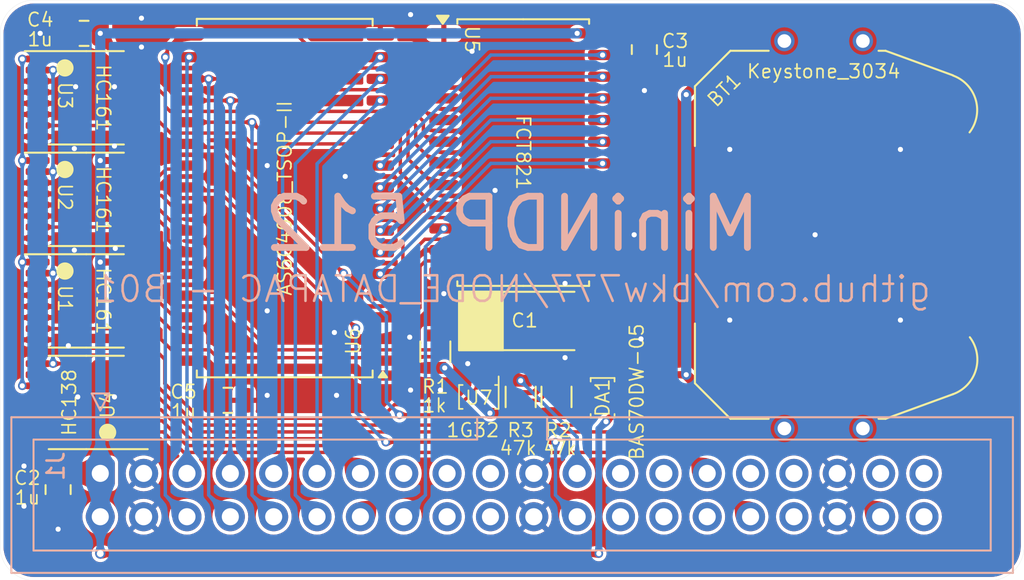
<source format=kicad_pcb>
(kicad_pcb (version 20240108) (generator "pcbnew") (generator_version "8.0")
  (title_block (title "MiniNDP 512") (date "2024-05-19") (rev "B01") (company "Brian K. White - b.kenyon.w@gmail.com") (comment 1 "github.com/bkw777/NODE_DATAPAC"))
  (layers (0 "F.Cu" signal) (31 "B.Cu" signal) (34 "B.Paste" user) (35 "F.Paste" user) (36 "B.SilkS" user "B.Silkscreen") (37 "F.SilkS" user "F.Silkscreen") (38 "B.Mask" user) (39 "F.Mask" user) (44 "Edge.Cuts" user))
  (net 0 "")
  (net 1 "GND")
  (net 2 "VMEM")
  (net 3 "VBUS")
  (net 4 "/AD0")
  (net 5 "/AD1")
  (net 6 "/AD2")
  (net 7 "/AD3")
  (net 8 "/AD4")
  (net 9 "/AD5")
  (net 10 "/AD6")
  (net 11 "/AD7")
  (net 12 "/A8")
  (net 13 "/A9")
  (net 14 "/~{RD}")
  (net 15 "/RAMRST")
  (net 16 "/~{Y0}")
  (net 17 "/(A)")
  (net 23 "/~{BLOCK}")
  (net 24 "/~{BYTE}")
  (net 25 "/TC0")
  (net 27 "/BUS_A10")
  (net 30 "/SLEEP")
  (net 31 "/A5")
  (net 32 "/A6")
  (net 33 "/TC1")
  (net 34 "/~{CE}")
  (net 35 "/A7")
  (net 36 "/BATT+")
  (net 37 "/BUS_A8")
  (net 38 "/BUS_A9")
  (net 39 "/A0")
  (net 40 "/A1")
  (net 41 "/A2")
  (net 42 "/A3")
  (net 43 "/A4")
  (net 57 "/~{WR}")
  (net 59 "Net-(C1-Pad1)")
  (net 61 "/A15")
  (net 62 "/A12")
  (net 63 "/A13")
  (net 64 "/A18")
  (net 65 "/A14")
  (net 66 "/A16")
  (net 67 "/A17")
  (net 68 "/A10")
  (net 69 "/A11")
  (footprint "000_LOCAL:CP_6032" (layer "F.Cu") (at 152.6 104.825)
    (property "Reference" "C1")
    (property "Value" "220u10v" (hide yes))
  )
  (footprint "000_LOCAL:TSSOP-16" (layer "F.Cu") (at 127 109.6 180)
    (property "Reference" "U4")
    (property "Value" "HC138")
  )
  (footprint "000_LOCAL:C_0805" (layer "F.Cu") (at 125.35 114.704999 -90)
    (property "Reference" "C2")
    (property "Value" "1u")
  )
  (footprint "000_LOCAL:SOIC-24" (layer "F.Cu") (at 152.600001 94.958999)
    (property "Reference" "U5")
    (property "Value" "FCT821")
  )
  (footprint "000_LOCAL:Fiducial_0.75_1.5" (layer "F.Cu") (at 179.95 118.025)
    (property "Reference" "F2" (hide yes))
    (property "Value" "Fiducial_0.75_1.5" (hide yes))
  )
  (footprint "000_LOCAL:TSSOP-16" (layer "F.Cu") (at 127 97.7)
    (property "Reference" "U2")
    (property "Value" "HC161")
  )
  (footprint "000_LOCAL:TSOP-II-32" (layer "F.Cu") (at 138.627 97.626 180)
    (property "Reference" "U6")
    (property "Value" "AS6C4008_TSOP-II")
  )
  (footprint "000_LOCAL:Fiducial_0.75_1.5" (layer "F.Cu") (at 179.95 88.025 90)
    (property "Reference" "F2" (hide yes))
    (property "Value" "Fiducial_0.75_1.5" (hide yes))
  )
  (footprint "000_LOCAL:SOT-363_SC-70-6_symmetric" (layer "F.Cu") (at 157.25 109.325 180)
    (property "Reference" "DA1")
    (property "Value" "BAS70DW-05")
  )
  (footprint "000_LOCAL:R_0805" (layer "F.Cu") (at 147.45 106.625001 90)
    (property "Reference" "R1")
    (property "Value" "1k")
  )
  (footprint "000_LOCAL:TSSOP-16" (layer "F.Cu") (at 127 91.75)
    (property "Reference" "U3")
    (property "Value" "HC161")
  )
  (footprint "000_LOCAL:SOT-353_SC-70-5" (layer "F.Cu") (at 150 109.275 -90)
    (property "Reference" "U7")
    (property "Value" "1G32")
  )
  (footprint "000_LOCAL:C_0805" (layer "F.Cu") (at 159.697 88.923999 -90)
    (property "Reference" "C3")
    (property "Value" "1u")
  )
  (footprint "000_LOCAL:R_0805" (layer "F.Cu") (at 154.55 109.275 90)
    (property "Reference" "R2")
    (property "Value" "47k")
  )
  (footprint "000_LOCAL:Fiducial_0.75_1.5" (layer "F.Cu") (at 123.95 118.025)
    (property "Reference" "F3" (hide yes))
    (property "Value" "Fiducial_0.75_1.5" (hide yes))
  )
  (footprint "000_LOCAL:Keystone_3028_3034" (layer "F.Cu") (at 170.2 99.775 90)
    (property "Reference" "BT1")
    (property "Value" "Keystone_3034")
  )
  (footprint "000_LOCAL:R_0805" (layer "F.Cu") (at 152.45 109.275 90)
    (property "Reference" "R3")
    (property "Value" "47k")
  )
  (footprint "000_LOCAL:C_0805" (layer "F.Cu") (at 126.870001 87.974 180)
    (property "Reference" "C4")
    (property "Value" "1u")
  )
  (footprint "000_LOCAL:C_0805" (layer "F.Cu") (at 135.3 109.475)
    (property "Reference" "C5")
    (property "Value" "1u")
  )
  (footprint "000_LOCAL:TSSOP-16" (layer "F.Cu") (at 127 103.65)
    (property "Reference" "U1")
    (property "Value" "HC161")
  )
  (footprint "000_LOCAL:IDC-Header_2x20_P2.54mm_Vertical" (layer "B.Cu") (at 127.82 113.755 -90)
    (property "Reference" "J1")
    (property "Value" "Conn_02x20_Odd_Even")
  )
  (gr_line (start 123.95 86.025) (end 179.95 86.025) (stroke (width 0.01)) (layer "Edge.Cuts"))
  (gr_line (start 179.95 120.025) (end 123.95 120.025) (stroke (width 0.01)) (layer "Edge.Cuts"))
  (gr_arc (start 179.95 86.024999) (mid 181.364214 86.610786) (end 181.950001 88.025) (stroke (width 0.01)) (layer "Edge.Cuts"))
  (gr_arc (start 123.95 120.025) (mid 122.535786 119.439214) (end 121.95 118.025) (stroke (width 0.01)) (layer "Edge.Cuts"))
  (gr_arc (start 181.950001 118.025) (mid 181.364214 119.439214) (end 179.95 120.025001) (stroke (width 0.01)) (layer "Edge.Cuts"))
  (gr_line (start 181.95 88.025) (end 181.95 118.025) (stroke (width 0.01)) (layer "Edge.Cuts"))
  (gr_arc (start 121.949999 88.025) (mid 122.535786 86.610786) (end 123.95 86.024999) (stroke (width 0.01)) (layer "Edge.Cuts"))
  (gr_line (start 121.95 118.025) (end 121.95 88.025) (stroke (width 0.01)) (layer "Edge.Cuts"))
  (gr_text "${TITLE}" (at 151.95 99.15 0) (layer "B.SilkS") (effects (font (size 3 3) (thickness 0.4)) (justify mirror)))
  (gr_text "${COMMENT1} - ${REVISION}" (at 151.95 102.96 0) (layer "B.SilkS") (effects (font (size 1.5 1.5)) (justify mirror)))
  (via (at 149.35 107.325) (size 0.5) (drill 0.3) (layers "F.Cu" "B.Cu") (net 1))
  (via (at 141.536 105.5) (size 0.5) (drill 0.3) (layers "F.Cu" "B.Cu") (net 1))
  (via (at 128.7 100.575) (size 0.5) (drill 0.3) (layers "F.Cu" "B.Cu") (net 1))
  (via (at 155.05 102.625) (size 0.5) (drill 0.3) (layers "F.Cu" "B.Cu") (net 1))
  (via (at 150.95 97.175) (size 0.5) (drill 0.3) (layers "F.Cu" "B.Cu") (net 1))
  (via (at 126.3 94.725) (size 0.5) (drill 0.3) (layers "F.Cu" "B.Cu") (net 1))
  (via (at 169.7 99.775) (size 0.5) (drill 0.3) (layers "F.Cu" "B.Cu") (net 1))
  (via (at 164.7 94.775) (size 0.5) (drill 0.3) (layers "F.Cu" "B.Cu") (net 1))
  (via (at 142.171 96.356) (size 0.5) (drill 0.3) (layers "F.Cu" "B.Cu") (net 1))
  (via (at 128.65 94.575) (size 0.5) (drill 0.3) (layers "F.Cu" "B.Cu") (net 1))
  (via (at 174.7 94.775) (size 0.5) (drill 0.3) (layers "F.Cu" "B.Cu") (net 1))
  (via (at 146 108.875) (size 0.5) (drill 0.3) (layers "F.Cu" "B.Cu") (net 1))
  (via (at 128.65 91.1) (size 0.5) (drill 0.3) (layers "F.Cu" "B.Cu") (net 1))
  (via (at 123.35 115.675) (size 0.5) (drill 0.3) (layers "F.Cu" "B.Cu") (net 1))
  (via (at 126.375 91.1) (size 0.5) (drill 0.3) (layers "F.Cu" "B.Cu") (net 1))
  (via (at 137.6 95.721) (size 0.5) (drill 0.3) (layers "F.Cu" "B.Cu") (net 1))
  (via (at 123.35 113.325) (size 0.5) (drill 0.3) (layers "F.Cu" "B.Cu") (net 1))
  (via (at 130.233 88.775) (size 0.5) (drill 0.3) (layers "F.Cu" "B.Cu") (net 1))
  (via (at 164.7 104.775) (size 0.5) (drill 0.3) (layers "F.Cu" "B.Cu") (net 1))
  (via (at 141.663 109.183) (size 0.5) (drill 0.3) (layers "F.Cu" "B.Cu") (net 1))
  (via (at 125.35 117.025) (size 0.5) (drill 0.3) (layers "F.Cu" "B.Cu") (net 1))
  (via (at 137.599 109.183) (size 0.5) (drill 0.3) (layers "F.Cu" "B.Cu") (net 1))
  (via (at 159.5 105.875) (size 0.5) (drill 0.3) (layers "F.Cu" "B.Cu") (net 1))
  (via (at 124.3 87.975) (size 0.5) (drill 0.3) (layers "F.Cu" "B.Cu") (net 1))
  (via (at 130.233 87.085) (size 0.5) (drill 0.3) (layers "F.Cu" "B.Cu") (net 1))
  (via (at 146 86.875) (size 0.5) (drill 0.3) (layers "F.Cu" "B.Cu") (net 1))
  (via (at 128.65 109.275) (size 0.5) (drill 0.3) (layers "F.Cu" "B.Cu") (net 1))
  (via (at 137.599 104.23) (size 0.5) (drill 0.3) (layers "F.Cu" "B.Cu") (net 1))
  (via (at 125.95 106.275) (size 0.5) (drill 0.3) (layers "F.Cu" "B.Cu") (net 1))
  (via (at 159.1 99.775) (size 0.5) (drill 0.3) (layers "F.Cu" "B.Cu") (net 1))
  (via (at 126.3 100.675) (size 0.5) (drill 0.3) (layers "F.Cu" "B.Cu") (net 1))
  (via (at 159.7 91.325) (size 0.5) (drill 0.3) (layers "F.Cu" "B.Cu") (net 1))
  (via (at 174.7 104.775) (size 0.5) (drill 0.3) (layers "F.Cu" "B.Cu") (net 1))
  (via (at 149.6 89.025) (size 0.5) (drill 0.3) (layers "F.Cu" "B.Cu") (net 1))
  (via (at 155.05 106.975) (size 0.5) (drill 0.3) (layers "F.Cu" "B.Cu") (net 1))
  (via (at 147.95 103.225) (size 0.5) (drill 0.3) (layers "F.Cu" "B.Cu") (net 1))
  (via (at 145.95 105.775) (size 0.5) (drill 0.3) (layers "F.Cu" "B.Cu") (net 1))
  (via (at 147.75 108.875) (size 0.5) (drill 0.3) (layers "F.Cu" "B.Cu") (net 1))
  (via (at 126.5 109.275) (size 0.5) (drill 0.3) (layers "F.Cu" "B.Cu") (net 1))
  (segment (start 152.449999 110.225) (end 152.45 110.224999) (width 0.6) (layer "F.Cu") (net 2))
  (segment (start 154.749999 109.975) (end 154.5 110.224999) (width 0.4) (layer "F.Cu") (net 2))
  (segment (start 133.916 107.151) (end 133.027 107.151) (width 0.6) (layer "F.Cu") (net 2))
  (segment (start 148 107.575) (end 145.8 107.575) (width 0.6) (layer "F.Cu") (net 2))
  (segment (start 150.65 110.225) (end 152.449999 110.225) (width 0.6) (layer "F.Cu") (net 2))
  (segment (start 156.3 109.975) (end 154.749999 109.975) (width 0.4) (layer "F.Cu") (net 2))
  (segment (start 150.65 110.225) (end 150.650001 110.224999) (width 0.4) (layer "F.Cu") (net 2))
  (segment (start 143.172 108.025) (end 142.772 107.625) (width 0.6) (layer "F.Cu") (net 2))
  (segment (start 145.8 107.575) (end 145.35 108.025) (width 0.6) (layer "F.Cu") (net 2))
  (segment (start 145.35 108.025) (end 143.172 108.025) (width 0.6) (layer "F.Cu") (net 2))
  (segment (start 134.55 109.025) (end 134.39 108.865) (width 0.6) (layer "F.Cu") (net 2))
  (segment (start 142.772 107.625) (end 134.39 107.625) (width 0.6) (layer "F.Cu") (net 2))
  (segment (start 134.39 108.865) (end 134.39 107.625) (width 0.6) (layer "F.Cu") (net 2))
  (segment (start 152.45 110.224999) (end 154.5 110.224999) (width 0.6) (layer "F.Cu") (net 2))
  (segment (start 134.39 107.625) (end 133.916 107.151) (width 0.6) (layer "F.Cu") (net 2))
  (via (at 148 107.575) (size 0.5) (drill 0.3) (layers "F.Cu" "B.Cu") (net 2))
  (via (at 150.65 110.225) (size 0.5) (drill 0.3) (layers "F.Cu" "B.Cu") (net 2))
  (segment (start 148.000001 107.574999) (end 150.650001 110.224999) (width 0.6) (layer "B.Cu") (net 2))
  (segment (start 127.82 118.454) (end 157.03 118.454) (width 0.4) (layer "F.Cu") (net 3))
  (segment (start 128.7 105.275) (end 124.15 105.275) (width 0.2) (layer "F.Cu") (net 3))
  (segment (start 124.8 111.875) (end 124.15 111.875) (width 0.4) (layer "F.Cu") (net 3))
  (segment (start 129.85 99.975) (end 129.85 101.375) (width 0.2) (layer "F.Cu") (net 3))
  (segment (start 157.45 110.725) (end 158.2 109.975) (width 0.4) (layer "F.Cu") (net 3))
  (segment (start 129.85 89.475) (end 129.067 89.475) (width 0.4) (layer "F.Cu") (net 3))
  (segment (start 124.8 113.755) (end 124.8 111.875) (width 0.4) (layer "F.Cu") (net 3))
  (segment (start 129.85 101.375) (end 127.82 101.375) (width 0.4) (layer "F.Cu") (net 3))
  (segment (start 129.85 95.425) (end 127.82 95.425) (width 0.4) (layer "F.Cu") (net 3))
  (segment (start 127.82 113.755) (end 125.35 113.755) (width 1) (layer "F.Cu") (net 3))
  (segment (start 129.067 89.475) (end 127.82 88.228) (width 0.4) (layer "F.Cu") (net 3))
  (segment (start 157.250001 87.974) (end 159.697 87.974) (width 0.6) (layer "F.Cu") (net 3))
  (segment (start 127.82 105.275) (end 127.82 101.375) (width 0.2) (layer "F.Cu") (net 3))
  (segment (start 125.35 113.755) (end 124.8 113.755) (width 0.4) (layer "F.Cu") (net 3))
  (segment (start 129.85 94.025) (end 129.85 95.425) (width 0.2) (layer "F.Cu") (net 3))
  (segment (start 127.82 88.228) (end 127.82 87.974) (width 0.4) (layer "F.Cu") (net 3))
  (segment (start 155.76 87.974) (end 157.250001 87.974) (width 0.6) (layer "F.Cu") (net 3))
  (segment (start 129.85 105.925) (end 129.85 105.275) (width 0.2) (layer "F.Cu") (net 3))
  (segment (start 129.85 105.275) (end 128.7 105.275) (width 0.2) (layer "F.Cu") (net 3))
  (via (at 127.82 95.425) (size 0.5) (drill 0.3) (layers "F.Cu" "B.Cu") (net 3))
  (via (at 157.45 110.725) (size 0.5) (drill 0.3) (layers "F.Cu" "B.Cu") (net 3))
  (via (at 155.76 87.974) (size 0.5) (drill 0.3) (layers "F.Cu" "B.Cu") (net 3))
  (via (at 127.82 118.454) (size 0.6) (drill 0.4) (layers "F.Cu" "B.Cu") (net 3))
  (via (at 127.82 87.974) (size 0.5) (drill 0.3) (layers "F.Cu" "B.Cu") (net 3))
  (via (at 127.82 101.375) (size 0.5) (drill 0.3) (layers "F.Cu" "B.Cu") (net 3))
  (via (at 157.03 118.454) (size 0.5) (drill 0.3) (layers "F.Cu" "B.Cu") (net 3))
  (segment (start 127.82 116.295) (end 127.82 118.454) (width 0.4) (layer "B.Cu") (net 3))
  (segment (start 127.82 101.375) (end 127.82 95.425) (width 0.6) (layer "B.Cu") (net 3))
  (segment (start 157.03 111.145) (end 157.03 118.454) (width 0.4) (layer "B.Cu") (net 3))
  (segment (start 127.82 95.425) (end 127.82 87.974) (width 0.6) (layer "B.Cu") (net 3))
  (segment (start 127.82 113.755) (end 127.82 101.375) (width 0.6) (layer "B.Cu") (net 3))
  (segment (start 127.82 87.974) (end 155.76 87.974) (width 0.6) (layer "B.Cu") (net 3))
  (segment (start 127.82 116.295) (end 127.82 113.755) (width 1) (layer "B.Cu") (net 3))
  (segment (start 157.45 110.725) (end 157.03 111.145) (width 0.4) (layer "B.Cu") (net 3))
  (segment (start 131.75 89.251) (end 131.75 88.875) (width 0.2) (layer "F.Cu") (net 4))
  (segment (start 147.781002 89.075) (end 147.950001 89.243999) (width 0.2) (layer "F.Cu") (net 4))
  (segment (start 146.35 89.075) (end 147.781002 89.075) (width 0.2) (layer "F.Cu") (net 4))
  (segment (start 146.011 88.736) (end 146.35 89.075) (width 0.2) (layer "F.Cu") (net 4))
  (segment (start 139.377 88.101) (end 140.012 88.736) (width 0.2) (layer "F.Cu") (net 4))
  (segment (start 140.012 88.736) (end 146.011 88.736) (width 0.2) (layer "F.Cu") (net 4))
  (segment (start 131.75 88.875) (end 132.524 88.101) (width 0.2) (layer "F.Cu") (net 4))
  (segment (start 131.63 89.371) (end 131.75 89.251) (width 0.2) (layer "F.Cu") (net 4))
  (segment (start 133.027 88.101) (end 139.377 88.101) (width 0.2) (layer "F.Cu") (net 4))
  (segment (start 132.524 88.101) (end 133.027 88.101) (width 0.2) (layer "F.Cu") (net 4))
  (via (at 131.63 89.371) (size 0.5) (drill 0.3) (layers "F.Cu" "B.Cu") (net 4))
  (segment (start 131.63 89.371) (end 131.63 115.025) (width 0.2) (layer "B.Cu") (net 4))
  (segment (start 131.63 115.025) (end 132.9 116.295) (width 0.2) (layer "B.Cu") (net 4))
  (segment (start 145.581 90.006) (end 147.358999 91.783999) (width 0.2) (layer "F.Cu") (net 5))
  (segment (start 139.504 90.006) (end 145.581 90.006) (width 0.2) (layer "F.Cu") (net 5))
  (segment (start 133.027 89.371) (end 138.869 89.371) (width 0.2) (layer "F.Cu") (net 5))
  (segment (start 138.869 89.371) (end 139.504 90.006) (width 0.2) (layer "F.Cu") (net 5))
  (segment (start 147.358999 91.783999) (end 147.95 91.783999) (width 0.2) (layer "F.Cu") (net 5))
  (via (at 133.027 89.371) (size 0.5) (drill 0.3) (layers "F.Cu" "B.Cu") (net 5))
  (segment (start 133.027 89.371) (end 132.9 89.498) (width 0.2) (layer "B.Cu") (net 5))
  (segment (start 132.9 89.498) (end 132.9 113.755) (width 0.2) (layer "B.Cu") (net 5))
  (segment (start 146.3 92.675) (end 146.75 93.125) (width 0.2) (layer "F.Cu") (net 6))
  (segment (start 147.751002 94.125) (end 147.950001 94.323999) (width 0.2) (layer "F.Cu") (net 6))
  (segment (start 146.75 93.125) (end 146.75 93.875) (width 0.2) (layer "F.Cu") (net 6))
  (segment (start 138.9325 91.276) (end 145.401 91.276) (width 0.2) (layer "F.Cu") (net 6))
  (segment (start 147 94.125) (end 147.751002 94.125) (width 0.2) (layer "F.Cu") (net 6))
  (segment (start 138.2975 90.641) (end 138.9325 91.276) (width 0.2) (layer "F.Cu") (net 6))
  (segment (start 145.401 91.276) (end 146.3 92.175) (width 0.2) (layer "F.Cu") (net 6))
  (segment (start 134.17 90.641) (end 138.2975 90.641) (width 0.2) (layer "F.Cu") (net 6))
  (segment (start 146.3 92.175) (end 146.3 92.675) (width 0.2) (layer "F.Cu") (net 6))
  (segment (start 134.17 90.641) (end 133.027 90.641) (width 0.2) (layer "F.Cu") (net 6))
  (segment (start 146.75 93.875) (end 147 94.125) (width 0.2) (layer "F.Cu") (net 6))
  (via (at 134.17 90.641) (size 0.5) (drill 0.3) (layers "F.Cu" "B.Cu") (net 6))
  (segment (start 134.17 115.025) (end 135.44 116.295) (width 0.2) (layer "B.Cu") (net 6))
  (segment (start 134.17 90.641) (end 134.17 115.025) (width 0.2) (layer "B.Cu") (net 6))
  (segment (start 145.4 93.175) (end 145.85 93.625) (width 0.2) (layer "F.Cu") (net 7))
  (segment (start 147.388999 96.863999) (end 147.886 96.863999) (width 0.2) (layer "F.Cu") (net 7))
  (segment (start 138.361 92.546) (end 145.142 92.546) (width 0.2) (layer "F.Cu") (net 7))
  (segment (start 145.4 92.804) (end 145.4 93.175) (width 0.2) (layer "F.Cu") (net 7))
  (segment (start 145.142 92.546) (end 145.4 92.804) (width 0.2) (layer "F.Cu") (net 7))
  (segment (start 135.44 91.911) (end 133.027 91.911) (width 0.2) (layer "F.Cu") (net 7))
  (segment (start 135.44 91.911) (end 137.726 91.911) (width 0.2) (layer "F.Cu") (net 7))
  (segment (start 145.85 93.625) (end 145.85 95.325) (width 0.2) (layer "F.Cu") (net 7))
  (segment (start 145.85 95.325) (end 147.388999 96.863999) (width 0.2) (layer "F.Cu") (net 7))
  (segment (start 137.726 91.911) (end 138.361 92.546) (width 0.2) (layer "F.Cu") (net 7))
  (via (at 135.44 91.911) (size 0.5) (drill 0.3) (layers "F.Cu" "B.Cu") (net 7))
  (segment (start 135.44 91.911) (end 135.44 113.755) (width 0.2) (layer "B.Cu") (net 7))
  (segment (start 145.4 96.125) (end 147.408999 98.133999) (width 0.2) (layer "F.Cu") (net 8))
  (segment (start 145.191 93.816) (end 145.4 94.025) (width 0.2) (layer "F.Cu") (net 8))
  (segment (start 136.71 93.181) (end 133.027 93.181) (width 0.2) (layer "F.Cu") (net 8))
  (segment (start 137.345 93.816) (end 145.191 93.816) (width 0.2) (layer "F.Cu") (net 8))
  (segment (start 145.4 94.025) (end 145.4 96.125) (width 0.2) (layer "F.Cu") (net 8))
  (segment (start 136.71 93.181) (end 137.345 93.816) (width 0.2) (layer "F.Cu") (net 8))
  (segment (start 147.408999 98.133999) (end 147.95 98.133999) (width 0.2) (layer "F.Cu") (net 8))
  (via (at 136.71 93.181) (size 0.5) (drill 0.3) (layers "F.Cu" "B.Cu") (net 8))
  (segment (start 136.71 93.181) (end 136.71 115.025) (width 0.2) (layer "B.Cu") (net 8))
  (segment (start 136.71 115.025) (end 137.98 116.295) (width 0.2) (layer "B.Cu") (net 8))
  (segment (start 147.761002 90.325) (end 147.950001 90.513999) (width 0.2) (layer "F.Cu") (net 9))
  (segment (start 144.227 89.371) (end 144.381 89.525) (width 0.2) (layer "F.Cu") (net 9))
  (segment (start 144.381 89.525) (end 145.929 89.525) (width 0.2) (layer "F.Cu") (net 9))
  (segment (start 145.929 89.525) (end 146.729 90.325) (width 0.2) (layer "F.Cu") (net 9))
  (segment (start 144.227 89.371) (end 144.226999 89.370999) (width 0.2) (layer "F.Cu") (net 9))
  (segment (start 146.729 90.325) (end 147.761002 90.325) (width 0.2) (layer "F.Cu") (net 9))
  (via (at 144.227 89.371) (size 0.5) (drill 0.3) (layers "F.Cu" "B.Cu") (net 9))
  (segment (start 138.5 95.098) (end 138.5 113.235) (width 0.2) (layer "B.Cu") (net 9))
  (segment (start 144.227 89.371) (end 138.5 95.098) (width 0.2) (layer "B.Cu") (net 9))
  (segment (start 138.5 113.235) (end 137.98 113.755) (width 0.2) (layer "B.Cu") (net 9))
  (segment (start 146.75 92.426) (end 147.377999 93.053999) (width 0.2) (layer "F.Cu") (net 10))
  (segment (start 144.227 90.641) (end 144.411 90.825) (width 0.2) (layer "F.Cu") (net 10))
  (segment (start 146.75 91.925) (end 146.75 92.426) (width 0.2) (layer "F.Cu") (net 10))
  (segment (start 147.377999 93.053999) (end 147.950001 93.053999) (width 0.2) (layer "F.Cu") (net 10))
  (segment (start 144.411 90.825) (end 145.65 90.825) (width 0.2) (layer "F.Cu") (net 10))
  (segment (start 145.65 90.825) (end 146.75 91.925) (width 0.2) (layer "F.Cu") (net 10))
  (via (at 144.227 90.641) (size 0.5) (drill 0.3) (layers "F.Cu" "B.Cu") (net 10))
  (segment (start 139.25 115.025) (end 140.52 116.295) (width 0.2) (layer "B.Cu") (net 10))
  (segment (start 139.25 95.618) (end 139.25 115.025) (width 0.2) (layer "B.Cu") (net 10))
  (segment (start 144.227 90.641) (end 139.25 95.618) (width 0.2) (layer "B.Cu") (net 10))
  (segment (start 145.85 92.925) (end 146.3 93.375) (width 0.2) (layer "F.Cu") (net 11))
  (segment (start 146.3 94.475) (end 147.418999 95.593999) (width 0.2) (layer "F.Cu") (net 11))
  (segment (start 146.3 93.375) (end 146.3 94.475) (width 0.2) (layer "F.Cu") (net 11))
  (segment (start 144.227 91.911) (end 144.391 92.075) (width 0.2) (layer "F.Cu") (net 11))
  (segment (start 147.418999 95.593999) (end 147.950001 95.593999) (width 0.2) (layer "F.Cu") (net 11))
  (segment (start 145.85 92.475) (end 145.85 92.925) (width 0.2) (layer "F.Cu") (net 11))
  (segment (start 145.45 92.075) (end 145.85 92.475) (width 0.2) (layer "F.Cu") (net 11))
  (segment (start 144.391 92.075) (end 145.45 92.075) (width 0.2) (layer "F.Cu") (net 11))
  (via (at 144.227 91.911) (size 0.5) (drill 0.3) (layers "F.Cu" "B.Cu") (net 11))
  (segment (start 140.52 95.618) (end 140.52 113.755) (width 0.2) (layer "B.Cu") (net 11))
  (segment (start 144.227 91.911) (end 140.52 95.618) (width 0.2) (layer "B.Cu") (net 11))
  (segment (start 130.848 90.875) (end 129.95 90.875) (width 0.2) (layer "F.Cu") (net 12))
  (segment (start 131.921 92.546) (end 131.63 92.255) (width 0.2) (layer "F.Cu") (net 12))
  (segment (start 131.63 91.657) (end 130.848 90.875) (width 0.2) (layer "F.Cu") (net 12))
  (segment (start 129.95 90.875) (end 129.85 90.775) (width 0.2) (layer "F.Cu") (net 12))
  (segment (start 137.98 93.181) (end 137.345 92.546) (width 0.2) (layer "F.Cu") (net 12))
  (segment (start 144.227 93.181) (end 137.98 93.181) (width 0.2) (layer "F.Cu") (net 12))
  (segment (start 131.63 92.255) (end 131.63 91.657) (width 0.2) (layer "F.Cu") (net 12))
  (segment (start 137.345 92.546) (end 131.921 92.546) (width 0.2) (layer "F.Cu") (net 12))
  (segment (start 136.075 93.816) (end 131.941 93.816) (width 0.2) (layer "F.Cu") (net 13))
  (segment (start 131.122 91.8905) (end 130.7565 91.525) (width 0.2) (layer "F.Cu") (net 13))
  (segment (start 130.7565 91.525) (end 129.95 91.525) (width 0.2) (layer "F.Cu") (net 13))
  (segment (start 131.941 93.816) (end 131.122 92.997) (width 0.2) (layer "F.Cu") (net 13))
  (segment (start 129.95 91.525) (end 129.85 91.425) (width 0.2) (layer "F.Cu") (net 13))
  (segment (start 131.122 92.997) (end 131.122 91.8905) (width 0.2) (layer "F.Cu") (net 13))
  (segment (start 144.227 94.451) (end 136.71 94.451) (width 0.2) (layer "F.Cu") (net 13))
  (segment (start 136.71 94.451) (end 136.075 93.816) (width 0.2) (layer "F.Cu") (net 13))
  (segment (start 134.7482 97.1942) (end 133.2202 97.1942) (width 0.2) (layer "F.Cu") (net 14))
  (segment (start 154.49 111.925) (end 144.55 111.925) (width 0.2) (layer "F.Cu") (net 14))
  (segment (start 142.8 105.246) (end 134.7482 97.1942) (width 0.2) (layer "F.Cu") (net 14))
  (segment (start 133.2202 97.1942) (end 133.027 97.001) (width 0.2) (layer "F.Cu") (net 14))
  (via (at 142.8 105.246) (size 0.5) (drill 0.3) (layers "F.Cu" "B.Cu") (net 14))
  (via (at 144.55 111.925) (size 0.5) (drill 0.3) (layers "F.Cu" "B.Cu") (net 14))
  (via (at 154.49 111.925) (size 0.5) (drill 0.3) (layers "F.Cu" "B.Cu") (net 14))
  (segment (start 142.8 110.175) (end 144.55 111.925) (width 0.2) (layer "B.Cu") (net 14))
  (segment (start 142.8 105.246) (end 142.8 110.175) (width 0.2) (layer "B.Cu") (net 14))
  (segment (start 154.49 111.925) (end 154.49 115.025) (width 0.2) (layer "B.Cu") (net 14))
  (segment (start 154.49 115.025) (end 155.76 116.295) (width 0.2) (layer "B.Cu") (net 14))
  (segment (start 167.19 113.12) (end 166.428 112.358) (width 0.3) (layer "F.Cu") (net 15))
  (segment (start 172.27 115.025) (end 167.79975 115.025) (width 0.3) (layer "F.Cu") (net 15))
  (segment (start 173.54 116.295) (end 172.27 115.025) (width 0.3) (layer "F.Cu") (net 15))
  (segment (start 166.428 112.358) (end 164.65 112.358) (width 0.3) (layer "F.Cu") (net 15))
  (segment (start 167.19 114.41525) (end 167.19 113.12) (width 0.3) (layer "F.Cu") (net 15))
  (segment (start 160.967 108.675) (end 158.2 108.675) (width 0.3) (layer "F.Cu") (net 15))
  (segment (start 167.79975 115.025) (end 167.19 114.41525) (width 0.3) (layer "F.Cu") (net 15))
  (segment (start 164.65 112.358) (end 160.967 108.675) (width 0.3) (layer "F.Cu") (net 15))
  (segment (start 129.95 110.025) (end 129.85 109.925) (width 0.2) (layer "F.Cu") (net 16))
  (segment (start 162.15 112.525) (end 144.3 112.525) (width 0.2) (layer "F.Cu") (net 16))
  (segment (start 133.0798 111.725) (end 131.3798 110.025) (width 0.2) (layer "F.Cu") (net 16))
  (segment (start 143.5 111.725) (end 133.0798 111.725) (width 0.2) (layer "F.Cu") (net 16))
  (segment (start 144.3 112.525) (end 143.5 111.725) (width 0.2) (layer "F.Cu") (net 16))
  (segment (start 163.38 113.755) (end 162.15 112.525) (width 0.2) (layer "F.Cu") (net 16))
  (segment (start 131.3798 110.025) (end 129.95 110.025) (width 0.2) (layer "F.Cu") (net 16))
  (segment (start 130.664 108.725) (end 129.95 108.725) (width 0.2) (layer "F.Cu") (net 17))
  (segment (start 164.65 113.247) (end 162.728 111.325) (width 0.2) (layer "F.Cu") (net 17))
  (segment (start 165.92 116.295) (end 164.65 115.025) (width 0.2) (layer "F.Cu") (net 17))
  (segment (start 162.728 111.325) (end 133.264 111.325) (width 0.2) (layer "F.Cu") (net 17))
  (segment (start 129.95 108.725) (end 129.85 108.625) (width 0.2) (layer "F.Cu") (net 17))
  (segment (start 133.264 111.325) (end 130.664 108.725) (width 0.2) (layer "F.Cu") (net 17))
  (segment (start 164.65 115.025) (end 164.65 113.247) (width 0.2) (layer "F.Cu") (net 17))
  (segment (start 156.431 110.925) (end 157 110.356) (width 0.2) (layer "F.Cu") (net 23))
  (segment (start 124.15 101.375) (end 123.25 101.375) (width 0.2) (layer "F.Cu") (net 23))
  (segment (start 157 102.193999) (end 157.250001 101.943998) (width 0.2) (layer "F.Cu") (net 23))
  (segment (start 157 110.356) (end 157 102.193999) (width 0.2) (layer "F.Cu") (net 23))
  (segment (start 131.15 107.225) (end 131.15 108.6268) (width 0.2) (layer "F.Cu") (net 23))
  (segment (start 131.15 108.6268) (end 133.4482 110.925) (width 0.2) (layer "F.Cu") (net 23))
  (segment (start 124.15 89.475) (end 123.25 89.475) (width 0.2) (layer "F.Cu") (net 23))
  (segment (start 125.55 108.625) (end 127.35 106.825) (width 0.2) (layer "F.Cu") (net 23))
  (segment (start 124.15 108.625) (end 125.55 108.625) (width 0.2) (layer "F.Cu") (net 23))
  (segment (start 127.35 106.825) (end 130.75 106.825) (width 0.2) (layer "F.Cu") (net 23))
  (segment (start 124.15 108.625) (end 123.25 108.625) (width 0.2) (layer "F.Cu") (net 23))
  (segment (start 130.75 106.825) (end 131.15 107.225) (width 0.2) (layer "F.Cu") (net 23))
  (segment (start 124.15 95.425) (end 123.25 95.425) (width 0.2) (layer "F.Cu") (net 23))
  (segment (start 133.4482 110.925) (end 156.431 110.925) (width 0.2) (layer "F.Cu") (net 23))
  (via (at 123.25 95.425) (size 0.5) (drill 0.3) (layers "F.Cu" "B.Cu") (net 23))
  (via (at 123.25 89.475) (size 0.5) (drill 0.3) (layers "F.Cu" "B.Cu") (net 23))
  (via (at 123.25 108.625) (size 0.5) (drill 0.3) (layers "F.Cu" "B.Cu") (net 23))
  (via (at 123.25 101.375) (size 0.5) (drill 0.3) (layers "F.Cu" "B.Cu") (net 23))
  (segment (start 123.25 95.425) (end 123.25 89.475) (width 0.2) (layer "B.Cu") (net 23))
  (segment (start 123.25 108.625) (end 123.25 101.375) (width 0.2) (layer "B.Cu") (net 23))
  (segment (start 123.25 101.375) (end 123.25 95.425) (width 0.2) (layer "B.Cu") (net 23))
  (segment (start 144.258 110.525) (end 145.058 109.725) (width 0.2) (layer "F.Cu") (net 24))
  (segment (start 131.6 107.075) (end 131.6 108.4926) (width 0.2) (layer "F.Cu") (net 24))
  (segment (start 126.2 107.325) (end 127.1 106.425) (width 0.2) (layer "F.Cu") (net 24))
  (segment (start 131.6 108.4926) (end 133.6324 110.525) (width 0.2) (layer "F.Cu") (net 24))
  (segment (start 148.9 109.725) (end 149.9 108.725) (width 0.2) (layer "F.Cu") (net 24))
  (segment (start 125.05 107.325) (end 126.2 107.325) (width 0.2) (layer "F.Cu") (net 24))
  (segment (start 133.6324 110.525) (end 144.258 110.525) (width 0.2) (layer "F.Cu") (net 24))
  (segment (start 149.9 108.425001) (end 150 108.325001) (width 0.2) (layer "F.Cu") (net 24))
  (segment (start 127.1 106.425) (end 130.95 106.425) (width 0.2) (layer "F.Cu") (net 24))
  (segment (start 124.15 102.025) (end 125.05 102.025) (width 0.2) (layer "F.Cu") (net 24))
  (segment (start 130.95 106.425) (end 131.6 107.075) (width 0.2) (layer "F.Cu") (net 24))
  (segment (start 149.9 108.725) (end 149.9 108.425001) (width 0.2) (layer "F.Cu") (net 24))
  (segment (start 124.15 90.125) (end 125.05 90.125) (width 0.2) (layer "F.Cu") (net 24))
  (segment (start 124.15 96.075) (end 125.05 96.075) (width 0.2) (layer "F.Cu") (net 24))
  (segment (start 124.15 107.325) (end 125.05 107.325) (width 0.2) (layer "F.Cu") (net 24))
  (segment (start 145.058 109.725) (end 148.9 109.725) (width 0.2) (layer "F.Cu") (net 24))
  (via (at 125.05 102.025) (size 0.5) (drill 0.3) (layers "F.Cu" "B.Cu") (net 24))
  (via (at 125.05 96.075) (size 0.5) (drill 0.3) (layers "F.Cu" "B.Cu") (net 24))
  (via (at 125.05 107.325) (size 0.5) (drill 0.3) (layers "F.Cu" "B.Cu") (net 24))
  (via (at 125.05 90.125) (size 0.5) (drill 0.3) (layers "F.Cu" "B.Cu") (net 24))
  (segment (start 125.05 102.025) (end 125.05 96.075) (width 0.2) (layer "B.Cu") (net 24))
  (segment (start 125.05 107.325) (end 125.05 102.025) (width 0.2) (layer "B.Cu") (net 24))
  (segment (start 125.05 96.075) (end 125.05 90.125) (width 0.2) (layer "B.Cu") (net 24))
  (segment (start 130.8 101.925) (end 131 101.725) (width 0.2) (layer "F.Cu") (net 25))
  (segment (start 128.95 99.325) (end 129.85 99.325) (width 0.2) (layer "F.Cu") (net 25))
  (segment (start 129.95 101.925) (end 130.8 101.925) (width 0.2) (layer "F.Cu") (net 25))
  (segment (start 129.85 102.025) (end 129.95 101.925) (width 0.2) (layer "F.Cu") (net 25))
  (segment (start 129.95 99.425) (end 129.85 99.325) (width 0.2) (layer "F.Cu") (net 25))
  (segment (start 124.15 99.325) (end 128.95 99.325) (width 0.2) (layer "F.Cu") (net 25))
  (segment (start 131 99.625) (end 130.8 99.425) (width 0.2) (layer "F.Cu") (net 25))
  (segment (start 130.8 99.425) (end 129.95 99.425) (width 0.2) (layer "F.Cu") (net 25))
  (segment (start 131 101.725) (end 131 99.625) (width 0.2) (layer "F.Cu") (net 25))
  (via (at 147.950001 99.403999) (size 0.5) (drill 0.3) (layers "F.Cu" "B.Cu") (net 27))
  (segment (start 145.6 116.295) (end 146.87 115.025) (width 0.2) (layer "B.Cu") (net 27))
  (segment (start 146.87 115.025) (end 146.87 100.484) (width 0.2) (layer "B.Cu") (net 27))
  (segment (start 146.87 100.484) (end 147.950001 99.403999) (width 0.2) (layer "B.Cu") (net 27))
  (segment (start 150.65 108.525) (end 150.65 108.325) (width 0.2) (layer "F.Cu") (net 30))
  (segment (start 154 108.325001) (end 154 109.025) (width 0.2) (layer "F.Cu") (net 30))
  (segment (start 150.75 108.425) (end 150.65 108.325) (width 0.2) (layer "F.Cu") (net 30))
  (segment (start 154.55 108.325001) (end 154 108.325001) (width 0.2) (layer "F.Cu") (net 30))
  (segment (start 153.55 109.475) (end 151.3 109.475) (width 0.2) (layer "F.Cu") (net 30))
  (segment (start 154.799999 108.575) (end 154.55 108.325001) (width 0.2) (layer "F.Cu") (net 30))
  (segment (start 151.3 109.475) (end 150.75 108.925) (width 0.2) (layer "F.Cu") (net 30))
  (segment (start 150.75 108.925) (end 150.75 108.425) (width 0.2) (layer "F.Cu") (net 30))
  (segment (start 156.3 108.675) (end 156.2 108.575) (width 0.2) (layer "F.Cu") (net 30))
  (segment (start 156.2 108.575) (end 154.799999 108.575) (width 0.2) (layer "F.Cu") (net 30))
  (segment (start 154 109.025) (end 153.55 109.475) (width 0.2) (layer "F.Cu") (net 30))
  (segment (start 131.4 97.475) (end 132 98.075) (width 0.2) (layer "F.Cu") (net 31))
  (segment (start 132 98.075) (end 132.851 98.075) (width 0.2) (layer "F.Cu") (net 31))
  (segment (start 129.95 97.475) (end 131.4 97.475) (width 0.2) (layer "F.Cu") (net 31))
  (segment (start 129.85 97.375) (end 129.95 97.475) (width 0.2) (layer "F.Cu") (net 31))
  (segment (start 132.851 98.075) (end 133.027 98.251) (width 0.2) (layer "F.Cu") (net 31))
  (segment (start 131.113 98.125) (end 132.519 99.531) (width 0.2) (layer "F.Cu") (net 32))
  (segment (start 129.95 98.125) (end 131.113 98.125) (width 0.2) (layer "F.Cu") (net 32))
  (segment (start 132.519 99.531) (end 133.027 99.531) (width 0.2) (layer "F.Cu") (net 32))
  (segment (start 129.85 98.025) (end 129.95 98.125) (width 0.2) (layer "F.Cu") (net 32))
  (segment (start 129.95 93.475) (end 129.85 93.375) (width 0.2) (layer "F.Cu") (net 33))
  (segment (start 129.85 96.075) (end 129.95 95.975) (width 0.2) (layer "F.Cu") (net 33))
  (segment (start 131 93.675) (end 130.8 93.475) (width 0.2) (layer "F.Cu") (net 33))
  (segment (start 131 95.775) (end 131 93.675) (width 0.2) (layer "F.Cu") (net 33))
  (segment (start 124.15 93.375) (end 129.85 93.375) (width 0.2) (layer "F.Cu") (net 33))
  (segment (start 129.95 95.975) (end 130.8 95.975) (width 0.2) (layer "F.Cu") (net 33))
  (segment (start 130.8 95.975) (end 131 95.775) (width 0.2) (layer "F.Cu") (net 33))
  (segment (start 130.8 93.475) (end 129.95 93.475) (width 0.2) (layer "F.Cu") (net 33))
  (segment (start 142.078 102.037) (end 134.6952 94.6542) (width 0.2) (layer "F.Cu") (net 34))
  (segment (start 145.346 110.325) (end 149.25 110.325) (width 0.2) (layer "F.Cu") (net 34))
  (segment (start 134.6952 94.6542) (end 133.2302 94.6542) (width 0.2) (layer "F.Cu") (net 34))
  (segment (start 133.2302 94.6542) (end 133.027 94.451) (width 0.2) (layer "F.Cu") (net 34))
  (segment (start 149.25 110.325) (end 149.35 110.225) (width 0.2) (layer "F.Cu") (net 34))
  (via (at 142.078 102.037) (size 0.5) (drill 0.3) (layers "F.Cu" "B.Cu") (net 34))
  (via (at 145.346 110.325) (size 0.5) (drill 0.3) (layers "F.Cu" "B.Cu") (net 34))
  (segment (start 142.078 102.037) (end 144.584 104.543) (width 0.2) (layer "B.Cu") (net 34))
  (segment (start 144.584 104.543) (end 144.584 109.563) (width 0.2) (layer "B.Cu") (net 34))
  (segment (start 144.584 109.563) (end 145.346 110.325) (width 0.2) (layer "B.Cu") (net 34))
  (segment (start 129.85 98.675) (end 129.95 98.775) (width 0.2) (layer "F.Cu") (net 35))
  (segment (start 129.95 98.775) (end 131.1 98.775) (width 0.2) (layer "F.Cu") (net 35))
  (segment (start 131.8 100.082) (end 132.519 100.801) (width 0.2) (layer "F.Cu") (net 35))
  (segment (start 132.519 100.801) (end 133.027 100.801) (width 0.2) (layer "F.Cu") (net 35))
  (segment (start 131.1 98.775) (end 131.8 99.475) (width 0.2) (layer "F.Cu") (net 35))
  (segment (start 131.8 99.475) (end 131.8 100.082) (width 0.2) (layer "F.Cu") (net 35))
  (segment (start 157.5 108.275) (end 157.8 107.975) (width 0.4) (layer "F.Cu") (net 36))
  (segment (start 158.199999 109.325) (end 157.8 109.325) (width 0.4) (layer "F.Cu") (net 36))
  (segment (start 157.8 109.325) (end 157.5 109.025) (width 0.4) (layer "F.Cu") (net 36))
  (segment (start 157.8 107.975) (end 162.15 107.975) (width 0.4) (layer "F.Cu") (net 36))
  (segment (start 162.15 107.975) (end 165.3 111.125) (width 0.6) (layer "F.Cu") (net 36))
  (segment (start 157.5 109.025) (end 157.5 108.275) (width 0.4) (layer "F.Cu") (net 36))
  (segment (start 162.15 91.561) (end 165.286 88.425) (width 0.6) (layer "F.Cu") (net 36))
  (segment (start 165.286 88.425) (end 170.2 88.425) (width 0.6) (layer "F.Cu") (net 36))
  (segment (start 165.3 111.125) (end 170.2 111.125) (width 0.6) (layer "F.Cu") (net 36))
  (via (at 167.9 88.425) (size 1.2) (drill 0.8) (layers "F.Cu" "B.Cu") (net 36))
  (via (at 167.9 111.125) (size 1.2) (drill 0.8) (layers "F.Cu" "B.Cu") (net 36))
  (via (at 162.15 91.561) (size 0.5) (drill 0.3) (layers "F.Cu" "B.Cu") (net 36))
  (via (at 162.15 107.975) (size 0.5) (drill 0.3) (layers "F.Cu" "B.Cu") (net 36))
  (via (at 172.5 111.125) (size 1.2) (drill 0.8) (layers "F.Cu" "B.Cu") (net 36))
  (via (at 172.5 88.425) (size 1.2) (drill 0.8) (layers "F.Cu" "B.Cu") (net 36))
  (segment (start 162.15 91.561) (end 162.15 107.975) (width 0.6) (layer "B.Cu") (net 36))
  (segment (start 144.33 113.205) (end 144.33 115.025) (width 0.2) (layer "F.Cu") (net 37))
  (segment (start 129.95 110.675) (end 131.4456 110.675) (width 0.2) (layer "F.Cu") (net 37))
  (segment (start 131.4456 110.675) (end 132.8956 112.125) (width 0.2) (layer "F.Cu") (net 37))
  (segment (start 144.33 115.025) (end 143.06 116.295) (width 0.2) (layer "F.Cu") (net 37))
  (segment (start 143.25 112.125) (end 144.33 113.205) (width 0.2) (layer "F.Cu") (net 37))
  (segment (start 129.85 110.575) (end 129.95 110.675) (width 0.2) (layer "F.Cu") (net 37))
  (segment (start 132.8956 112.125) (end 143.25 112.125) (width 0.2) (layer "F.Cu") (net 37))
  (segment (start 129.95 111.325) (end 131.5114 111.325) (width 0.2) (layer "F.Cu") (net 38))
  (segment (start 132.7114 112.525) (end 141.83 112.525) (width 0.2) (layer "F.Cu") (net 38))
  (segment (start 129.85 111.225) (end 129.95 111.325) (width 0.2) (layer "F.Cu") (net 38))
  (segment (start 141.83 112.525) (end 143.06 113.755) (width 0.2) (layer "F.Cu") (net 38))
  (segment (start 131.5114 111.325) (end 132.7114 112.525) (width 0.2) (layer "F.Cu") (net 38))
  (segment (start 129.85 102.675) (end 129.95 102.575) (width 0.2) (layer "F.Cu") (net 39))
  (segment (start 129.95 102.575) (end 131.1895 102.575) (width 0.2) (layer "F.Cu") (net 39))
  (segment (start 132.823 102.275) (end 133.027 102.071) (width 0.2) (layer "F.Cu") (net 39))
  (segment (start 131.4895 102.275) (end 132.823 102.275) (width 0.2) (layer "F.Cu") (net 39))
  (segment (start 131.1895 102.575) (end 131.4895 102.275) (width 0.2) (layer "F.Cu") (net 39))
  (segment (start 131.975 104.425) (end 132.841 104.425) (width 0.2) (layer "F.Cu") (net 40))
  (segment (start 129.85 103.325) (end 129.95 103.425) (width 0.2) (layer "F.Cu") (net 40))
  (segment (start 130.975 103.425) (end 131.975 104.425) (width 0.2) (layer "F.Cu") (net 40))
  (segment (start 132.841 104.425) (end 133.027 104.611) (width 0.2) (layer "F.Cu") (net 40))
  (segment (start 129.95 103.425) (end 130.975 103.425) (width 0.2) (layer "F.Cu") (net 40))
  (segment (start 132.392 105.754) (end 133.027001 105.754) (width 0.2) (layer "F.Cu") (net 41))
  (segment (start 129.95 104.075) (end 130.713 104.075) (width 0.2) (layer "F.Cu") (net 41))
  (segment (start 130.713 104.075) (end 132.392 105.754) (width 0.2) (layer "F.Cu") (net 41))
  (segment (start 129.85 103.975) (end 129.95 104.075) (width 0.2) (layer "F.Cu") (net 41))
  (segment (start 131.991 106.516) (end 134.2305 106.516) (width 0.2) (layer "F.Cu") (net 42))
  (segment (start 134.6895 106.975) (end 144.051 106.975) (width 0.2) (layer "F.Cu") (net 42))
  (segment (start 130.75 104.725) (end 131.376 105.351) (width 0.2) (layer "F.Cu") (net 42))
  (segment (start 131.376 105.901) (end 131.991 106.516) (width 0.2) (layer "F.Cu") (net 42))
  (segment (start 144.051 106.975) (end 144.227 107.151) (width 0.2) (layer "F.Cu") (net 42))
  (segment (start 129.85 104.625) (end 129.95 104.725) (width 0.2) (layer "F.Cu") (net 42))
  (segment (start 129.95 104.725) (end 130.75 104.725) (width 0.2) (layer "F.Cu") (net 42))
  (segment (start 131.376 105.351) (end 131.376 105.901) (width 0.2) (layer "F.Cu") (net 42))
  (segment (start 134.2305 106.516) (end 134.6895 106.975) (width 0.2) (layer "F.Cu") (net 42))
  (segment (start 130.98 96.625) (end 131.68 95.925) (width 0.2) (layer "F.Cu") (net 43))
  (segment (start 131.68 95.925) (end 132.823 95.925) (width 0.2) (layer "F.Cu") (net 43))
  (segment (start 132.823 95.925) (end 133.027 95.721) (width 0.2) (layer "F.Cu") (net 43))
  (segment (start 129.85 96.725) (end 129.95 96.625) (width 0.2) (layer "F.Cu") (net 43))
  (segment (start 129.95 96.625) (end 130.98 96.625) (width 0.2) (layer "F.Cu") (net 43))
  (segment (start 150.841 106.516) (end 137.726 106.516) (width 0.2) (layer "F.Cu") (net 57))
  (segment (start 134.7542 103.5442) (end 133.2302 103.5442) (width 0.2) (layer "F.Cu") (net 57))
  (segment (start 151.9 108.325001) (end 151.9 107.575) (width 0.2) (layer "F.Cu") (net 57))
  (segment (start 151.9 107.575) (end 150.841 106.516) (width 0.2) (layer "F.Cu") (net 57))
  (segment (start 133.2302 103.5442) (end 133.027 103.341) (width 0.2) (layer "F.Cu") (net 57))
  (segment (start 137.726 106.516) (end 134.7542 103.5442) (width 0.2) (layer "F.Cu") (net 57))
  (segment (start 152.45 108.325001) (end 151.9 108.325001) (width 0.2) (layer "F.Cu") (net 57))
  (via (at 152.45 108.325001) (size 0.5) (drill 0.3) (layers "F.Cu" "B.Cu") (net 57))
  (segment (start 152.45 108.325001) (end 155.76 111.635001) (width 0.2) (layer "B.Cu") (net 57))
  (segment (start 155.76 111.635001) (end 155.76 113.755) (width 0.2) (layer "B.Cu") (net 57))
  (segment (start 147.45 105.675002) (end 149.287499 105.675002) (width 0.6) (layer "F.Cu") (net 59))
  (segment (start 149.287499 105.675002) (end 150.137501 104.825) (width 0.6) (layer "F.Cu") (net 59))
  (via (at 157.250001 95.593999) (size 0.5) (drill 0.3) (layers "F.Cu" "B.Cu") (net 61))
  (via (at 144.227 102.071) (size 0.5) (drill 0.3) (layers "F.Cu" "B.Cu") (net 61))
  (segment (start 144.227 102.071) (end 150.704001 95.593999) (width 0.2) (layer "B.Cu") (net 61))
  (segment (start 150.704001 95.593999) (end 157.250001 95.593999) (width 0.2) (layer "B.Cu") (net 61))
  (via (at 144.227 98.251) (size 0.5) (drill 0.3) (layers "F.Cu" "B.Cu") (net 62))
  (via (at 157.250002 91.783999) (size 0.5) (drill 0.3) (layers "F.Cu" "B.Cu") (net 62))
  (segment (start 144.227 98.251) (end 150.694001 91.783999) (width 0.2) (layer "B.Cu") (net 62))
  (segment (start 150.694001 91.783999) (end 157.250002 91.783999) (width 0.2) (layer "B.Cu") (net 62))
  (via (at 144.227 99.531) (size 0.5) (drill 0.3) (layers "F.Cu" "B.Cu") (net 63))
  (via (at 157.250001 93.053999) (size 0.5) (drill 0.3) (layers "F.Cu" "B.Cu") (net 63))
  (segment (start 144.227 99.531) (end 150.704001 93.053999) (width 0.2) (layer "B.Cu") (net 63))
  (segment (start 150.704001 93.053999) (end 157.250001 93.053999) (width 0.2) (layer "B.Cu") (net 63))
  (segment (start 152.041 101.309) (end 153.946001 99.403999) (width 0.2) (layer "F.Cu") (net 64))
  (segment (start 144.717 105.881) (end 146.55 104.048) (width 0.2) (layer "F.Cu") (net 64))
  (segment (start 144.227 105.881) (end 144.717 105.881) (width 0.2) (layer "F.Cu") (net 64))
  (segment (start 146.866 101.309) (end 152.041 101.309) (width 0.2) (layer "F.Cu") (net 64))
  (segment (start 146.55 101.625) (end 146.866 101.309) (width 0.2) (layer "F.Cu") (net 64))
  (segment (start 153.946001 99.403999) (end 157.250001 99.403999) (width 0.2) (layer "F.Cu") (net 64))
  (segment (start 146.55 104.048) (end 146.55 101.625) (width 0.2) (layer "F.Cu") (net 64))
  (via (at 157.250001 94.323999) (size 0.5) (drill 0.3) (layers "F.Cu" "B.Cu") (net 65))
  (via (at 144.227 100.801) (size 0.5) (drill 0.3) (layers "F.Cu" "B.Cu") (net 65))
  (segment (start 150.704001 94.323999) (end 157.250001 94.323999) (width 0.2) (layer "B.Cu") (net 65))
  (segment (start 144.227 100.801) (end 150.704001 94.323999) (width 0.2) (layer "B.Cu") (net 65))
  (segment (start 145.55 102.502) (end 145.55 100.089) (width 0.2) (layer "F.Cu") (net 66))
  (segment (start 144.711 103.341) (end 145.55 102.502) (width 0.2) (layer "F.Cu") (net 66))
  (segment (start 151.306 98.769) (end 153.211001 96.863999) (width 0.2) (layer "F.Cu") (net 66))
  (segment (start 146.87 98.769) (end 151.306 98.769) (width 0.2) (layer "F.Cu") (net 66))
  (segment (start 145.55 100.089) (end 146.87 98.769) (width 0.2) (layer "F.Cu") (net 66))
  (segment (start 144.227 103.341) (end 144.711 103.341) (width 0.2) (layer "F.Cu") (net 66))
  (segment (start 153.211001 96.863999) (end 157.250001 96.863999) (width 0.2) (layer "F.Cu") (net 66))
  (segment (start 144.227 104.611) (end 144.711 104.611) (width 0.2) (layer "F.Cu") (net 67))
  (segment (start 146.05 103.272) (end 146.05 100.825) (width 0.2) (layer "F.Cu") (net 67))
  (segment (start 153.591001 98.133999) (end 157.250002 98.133999) (width 0.2) (layer "F.Cu") (net 67))
  (segment (start 144.711 104.611) (end 146.05 103.272) (width 0.2) (layer "F.Cu") (net 67))
  (segment (start 146.05 100.825) (end 146.836 100.039) (width 0.2) (layer "F.Cu") (net 67))
  (segment (start 151.686 100.039) (end 153.591001 98.133999) (width 0.2) (layer "F.Cu") (net 67))
  (segment (start 146.836 100.039) (end 151.686 100.039) (width 0.2) (layer "F.Cu") (net 67))
  (via (at 157.250001 89.243999) (size 0.5) (drill 0.3) (layers "F.Cu" "B.Cu") (net 68))
  (via (at 144.227 95.721) (size 0.5) (drill 0.3) (layers "F.Cu" "B.Cu") (net 68))
  (segment (start 150.704001 89.243999) (end 157.250001 89.243999) (width 0.2) (layer "B.Cu") (net 68))
  (segment (start 144.227 95.721) (end 150.704001 89.243999) (width 0.2) (layer "B.Cu") (net 68))
  (via (at 157.250001 90.513999) (size 0.5) (drill 0.3) (layers "F.Cu" "B.Cu") (net 69))
  (via (at 144.227 97.001) (size 0.5) (drill 0.3) (layers "F.Cu" "B.Cu") (net 69))
  (segment (start 150.714001 90.513999) (end 157.250001 90.513999) (width 0.2) (layer "B.Cu") (net 69))
  (segment (start 144.227 97.001) (end 150.714001 90.513999) (width 0.2) (layer "B.Cu") (net 69))
  (zone (net 1) (net_name "GND") (layers "F&B.Cu") (connect_pads (clearance 0.2)) (min_thickness 0.2) (fill yes (thermal_gap 0.2) (thermal_bridge_width 0.3) (smoothing fillet) (radius 0.1))
    (polygon (pts (xy 181.95 120.025) (xy 181.95 86.025) (xy 121.95 86.025) (xy 121.95 120.025)))
  )
)
</source>
